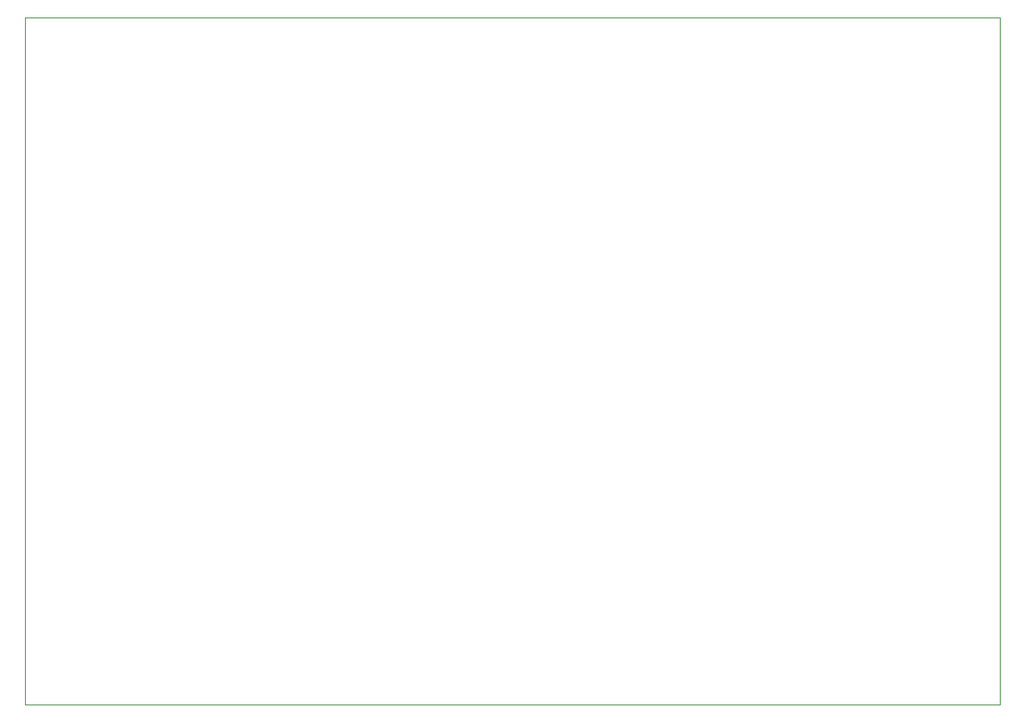
<source format=gbr>
%TF.GenerationSoftware,KiCad,Pcbnew,(5.1.7)-1*%
%TF.CreationDate,2020-11-11T16:50:08-07:00*%
%TF.ProjectId,transistor_matcher,7472616e-7369-4737-946f-725f6d617463,rev?*%
%TF.SameCoordinates,Original*%
%TF.FileFunction,Profile,NP*%
%FSLAX46Y46*%
G04 Gerber Fmt 4.6, Leading zero omitted, Abs format (unit mm)*
G04 Created by KiCad (PCBNEW (5.1.7)-1) date 2020-11-11 16:50:08*
%MOMM*%
%LPD*%
G01*
G04 APERTURE LIST*
%TA.AperFunction,Profile*%
%ADD10C,0.050000*%
%TD*%
G04 APERTURE END LIST*
D10*
X193725000Y-66648276D02*
X94665000Y-66648276D01*
X193725000Y-136498276D02*
X193725000Y-66648276D01*
X94665000Y-136498276D02*
X193725000Y-136498276D01*
X94665000Y-66648276D02*
X94665000Y-136498276D01*
M02*

</source>
